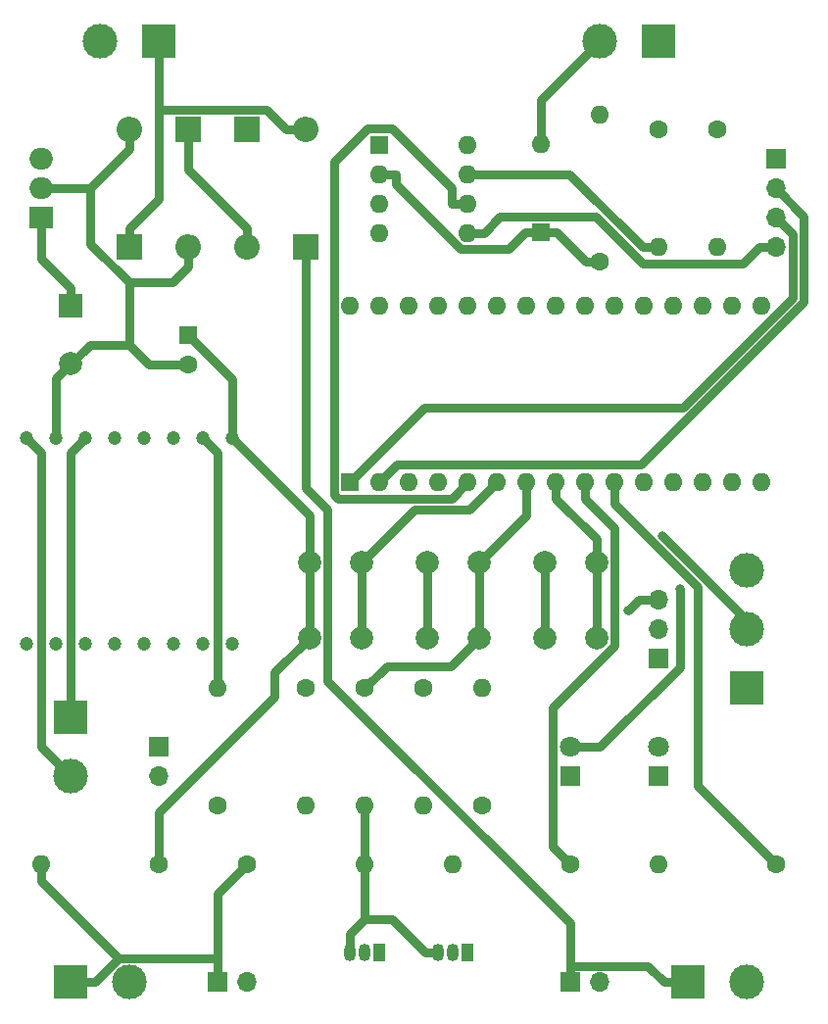
<source format=gbr>
%TF.GenerationSoftware,KiCad,Pcbnew,(6.0.6)*%
%TF.CreationDate,2023-11-02T23:17:45+01:00*%
%TF.ProjectId,DA02,44413032-2e6b-4696-9361-645f70636258,1.0*%
%TF.SameCoordinates,Original*%
%TF.FileFunction,Copper,L1,Top*%
%TF.FilePolarity,Positive*%
%FSLAX46Y46*%
G04 Gerber Fmt 4.6, Leading zero omitted, Abs format (unit mm)*
G04 Created by KiCad (PCBNEW (6.0.6)) date 2023-11-02 23:17:45*
%MOMM*%
%LPD*%
G01*
G04 APERTURE LIST*
%TA.AperFunction,ComponentPad*%
%ADD10C,1.600000*%
%TD*%
%TA.AperFunction,ComponentPad*%
%ADD11O,1.600000X1.600000*%
%TD*%
%TA.AperFunction,ComponentPad*%
%ADD12R,2.200000X2.200000*%
%TD*%
%TA.AperFunction,ComponentPad*%
%ADD13O,2.200000X2.200000*%
%TD*%
%TA.AperFunction,ComponentPad*%
%ADD14R,1.050000X1.500000*%
%TD*%
%TA.AperFunction,ComponentPad*%
%ADD15O,1.050000X1.500000*%
%TD*%
%TA.AperFunction,ComponentPad*%
%ADD16R,1.600000X1.600000*%
%TD*%
%TA.AperFunction,ComponentPad*%
%ADD17R,1.700000X1.700000*%
%TD*%
%TA.AperFunction,ComponentPad*%
%ADD18O,1.700000X1.700000*%
%TD*%
%TA.AperFunction,ComponentPad*%
%ADD19R,2.000000X2.000000*%
%TD*%
%TA.AperFunction,ComponentPad*%
%ADD20C,2.000000*%
%TD*%
%TA.AperFunction,ComponentPad*%
%ADD21R,2.000000X1.905000*%
%TD*%
%TA.AperFunction,ComponentPad*%
%ADD22O,2.000000X1.905000*%
%TD*%
%TA.AperFunction,ComponentPad*%
%ADD23R,3.000000X3.000000*%
%TD*%
%TA.AperFunction,ComponentPad*%
%ADD24C,3.000000*%
%TD*%
%TA.AperFunction,ComponentPad*%
%ADD25C,1.200000*%
%TD*%
%TA.AperFunction,ComponentPad*%
%ADD26R,1.800000X1.800000*%
%TD*%
%TA.AperFunction,ComponentPad*%
%ADD27C,1.800000*%
%TD*%
%TA.AperFunction,ViaPad*%
%ADD28C,0.800000*%
%TD*%
%TA.AperFunction,Conductor*%
%ADD29C,0.750000*%
%TD*%
G04 APERTURE END LIST*
D10*
%TO.P,R10,1*%
%TO.N,FIREPLACE*%
X66040000Y-93980000D03*
D11*
%TO.P,R10,2*%
%TO.N,Net-(Q1-Pad2)*%
X55880000Y-93980000D03*
%TD*%
D12*
%TO.P,D4,1,K*%
%TO.N,Net-(D3-Pad2)*%
X33020000Y-30480000D03*
D13*
%TO.P,D4,2,A*%
%TO.N,GND*%
X33020000Y-40640000D03*
%TD*%
D14*
%TO.P,Q2,1,C*%
%TO.N,Net-(J8-Pad2)*%
X57150000Y-101600000D03*
D15*
%TO.P,Q2,2,B*%
%TO.N,Net-(Q2-Pad2)*%
X55880000Y-101600000D03*
%TO.P,Q2,3,E*%
%TO.N,GND*%
X54610000Y-101600000D03*
%TD*%
D16*
%TO.P,U2,1,NC*%
%TO.N,unconnected-(U2-Pad1)*%
X49540000Y-31760000D03*
D11*
%TO.P,U2,2,A*%
%TO.N,Net-(D5-Pad1)*%
X49540000Y-34300000D03*
%TO.P,U2,3,C*%
%TO.N,Net-(D5-Pad2)*%
X49540000Y-36840000D03*
%TO.P,U2,4*%
%TO.N,N/C*%
X49540000Y-39380000D03*
%TO.P,U2,5,GND*%
%TO.N,GND*%
X57160000Y-39380000D03*
%TO.P,U2,6,VO*%
%TO.N,DCC*%
X57160000Y-36840000D03*
%TO.P,U2,7,EN*%
%TO.N,Net-(R2-Pad2)*%
X57160000Y-34300000D03*
%TO.P,U2,8,VCC*%
%TO.N,+5V*%
X57160000Y-31760000D03*
%TD*%
D17*
%TO.P,J6,1,Pin_1*%
%TO.N,Net-(J6-Pad1)*%
X35560000Y-104140000D03*
D18*
%TO.P,J6,2,Pin_2*%
%TO.N,Net-(J6-Pad2)*%
X38100000Y-104140000D03*
%TD*%
D17*
%TO.P,J4,1,Pin_1*%
%TO.N,SW_ANIMATION_A*%
X73660000Y-76200000D03*
D18*
%TO.P,J4,2,Pin_2*%
%TO.N,+5V*%
X73660000Y-73660000D03*
%TO.P,J4,3,Pin_3*%
%TO.N,SW_ANIMATION_B*%
X73660000Y-71120000D03*
%TD*%
D10*
%TO.P,R4,1*%
%TO.N,SW_MODE*%
X43180000Y-78740000D03*
D11*
%TO.P,R4,2*%
%TO.N,GND*%
X43180000Y-88900000D03*
%TD*%
D17*
%TO.P,J8,1,Pin_1*%
%TO.N,VCC*%
X66040000Y-104140000D03*
D18*
%TO.P,J8,2,Pin_2*%
%TO.N,Net-(J8-Pad2)*%
X68580000Y-104140000D03*
%TD*%
D16*
%TO.P,A1,1,D1/TX*%
%TO.N,Net-(A1-Pad1)*%
X46990000Y-60950000D03*
D11*
%TO.P,A1,2,D0/RX*%
%TO.N,Net-(A1-Pad2)*%
X49530000Y-60950000D03*
%TO.P,A1,3,~{RESET}*%
%TO.N,unconnected-(A1-Pad3)*%
X52070000Y-60950000D03*
%TO.P,A1,4,GND*%
%TO.N,unconnected-(A1-Pad4)*%
X54610000Y-60950000D03*
%TO.P,A1,5,D2*%
%TO.N,DCC*%
X57150000Y-60950000D03*
%TO.P,A1,6,D3*%
%TO.N,SW_MODE*%
X59690000Y-60950000D03*
%TO.P,A1,7,D4*%
%TO.N,SW_ANIMATION_A*%
X62230000Y-60950000D03*
%TO.P,A1,8,D5*%
%TO.N,SW_ANIMATION_B*%
X64770000Y-60950000D03*
%TO.P,A1,9,D6*%
%TO.N,FIREPLACE*%
X67310000Y-60950000D03*
%TO.P,A1,10,D7*%
%TO.N,ENVIL*%
X69850000Y-60950000D03*
%TO.P,A1,11,D8*%
%TO.N,unconnected-(A1-Pad11)*%
X72390000Y-60950000D03*
%TO.P,A1,12,D9*%
%TO.N,unconnected-(A1-Pad12)*%
X74930000Y-60950000D03*
%TO.P,A1,13,D10*%
%TO.N,DFP_RX*%
X77470000Y-60950000D03*
%TO.P,A1,14,D11*%
%TO.N,DFP_TX*%
X80010000Y-60950000D03*
%TO.P,A1,15,D12*%
%TO.N,unconnected-(A1-Pad15)*%
X82550000Y-60950000D03*
%TO.P,A1,16,D13*%
%TO.N,unconnected-(A1-Pad16)*%
X82550000Y-45710000D03*
%TO.P,A1,17,3V3*%
%TO.N,unconnected-(A1-Pad17)*%
X80010000Y-45710000D03*
%TO.P,A1,18,AREF*%
%TO.N,unconnected-(A1-Pad18)*%
X77470000Y-45710000D03*
%TO.P,A1,19,A0*%
%TO.N,LED_STATE_A*%
X74930000Y-45710000D03*
%TO.P,A1,20,A1*%
%TO.N,LED_STATE_B*%
X72390000Y-45710000D03*
%TO.P,A1,21,A2*%
%TO.N,unconnected-(A1-Pad21)*%
X69850000Y-45710000D03*
%TO.P,A1,22,A3*%
%TO.N,unconnected-(A1-Pad22)*%
X67310000Y-45710000D03*
%TO.P,A1,23,A4*%
%TO.N,unconnected-(A1-Pad23)*%
X64770000Y-45710000D03*
%TO.P,A1,24,A5*%
%TO.N,unconnected-(A1-Pad24)*%
X62230000Y-45710000D03*
%TO.P,A1,25,A6*%
%TO.N,unconnected-(A1-Pad25)*%
X59690000Y-45710000D03*
%TO.P,A1,26,A7*%
%TO.N,unconnected-(A1-Pad26)*%
X57150000Y-45710000D03*
%TO.P,A1,27,+5V*%
%TO.N,unconnected-(A1-Pad27)*%
X54610000Y-45710000D03*
%TO.P,A1,28,~{RESET}*%
%TO.N,unconnected-(A1-Pad28)*%
X52070000Y-45710000D03*
%TO.P,A1,29,GND*%
%TO.N,GND*%
X49530000Y-45710000D03*
%TO.P,A1,30,VIN*%
%TO.N,+5V*%
X46990000Y-45710000D03*
%TD*%
D12*
%TO.P,D2,1,K*%
%TO.N,Net-(D1-Pad2)*%
X27940000Y-40640000D03*
D13*
%TO.P,D2,2,A*%
%TO.N,GND*%
X27940000Y-30480000D03*
%TD*%
D19*
%TO.P,C1,1*%
%TO.N,VCC*%
X22860000Y-45720000D03*
D20*
%TO.P,C1,2*%
%TO.N,GND*%
X22860000Y-50720000D03*
%TD*%
%TO.P,SW2,1,1*%
%TO.N,+5V*%
X53630000Y-67870000D03*
X53630000Y-74370000D03*
%TO.P,SW2,2,2*%
%TO.N,SW_ANIMATION_A*%
X58130000Y-67870000D03*
X58130000Y-74370000D03*
%TD*%
D10*
%TO.P,R8,1*%
%TO.N,+5V*%
X30480000Y-93980000D03*
D11*
%TO.P,R8,2*%
%TO.N,Net-(J6-Pad1)*%
X20320000Y-93980000D03*
%TD*%
D10*
%TO.P,R6,1*%
%TO.N,SW_ANIMATION_B*%
X53340000Y-78740000D03*
D11*
%TO.P,R6,2*%
%TO.N,GND*%
X53340000Y-88900000D03*
%TD*%
D21*
%TO.P,U1,1,VI*%
%TO.N,VCC*%
X20320000Y-38100000D03*
D22*
%TO.P,U1,2,GND*%
%TO.N,GND*%
X20320000Y-35560000D03*
%TO.P,U1,3,VO*%
%TO.N,+5V*%
X20320000Y-33020000D03*
%TD*%
D10*
%TO.P,R7,1*%
%TO.N,GND*%
X58420000Y-88900000D03*
D11*
%TO.P,R7,2*%
%TO.N,Net-(D6-Pad1)*%
X58420000Y-78740000D03*
%TD*%
D17*
%TO.P,J11,1,Pin_1*%
%TO.N,Net-(J10-Pad1)*%
X30480000Y-83820000D03*
D18*
%TO.P,J11,2,Pin_2*%
%TO.N,Net-(J10-Pad2)*%
X30480000Y-86360000D03*
%TD*%
D16*
%TO.P,C2,1*%
%TO.N,+5V*%
X33020000Y-48260000D03*
D10*
%TO.P,C2,2*%
%TO.N,GND*%
X33020000Y-50760000D03*
%TD*%
%TO.P,R5,1*%
%TO.N,SW_ANIMATION_A*%
X48260000Y-78740000D03*
D11*
%TO.P,R5,2*%
%TO.N,GND*%
X48260000Y-88900000D03*
%TD*%
D23*
%TO.P,J10,1,Pin_1*%
%TO.N,Net-(J10-Pad1)*%
X22860000Y-81280000D03*
D24*
%TO.P,J10,2,Pin_2*%
%TO.N,Net-(J10-Pad2)*%
X22860000Y-86360000D03*
%TD*%
D17*
%TO.P,J5,1,Pin_1*%
%TO.N,VCC*%
X83820000Y-33020000D03*
D18*
%TO.P,J5,2,Pin_2*%
%TO.N,Net-(A1-Pad2)*%
X83820000Y-35560000D03*
%TO.P,J5,3,Pin_3*%
%TO.N,Net-(A1-Pad1)*%
X83820000Y-38100000D03*
%TO.P,J5,4,Pin_4*%
%TO.N,GND*%
X83820000Y-40640000D03*
%TD*%
D25*
%TO.P,U3,1,VCC*%
%TO.N,+5V*%
X36830000Y-57150000D03*
%TO.P,U3,2,RX*%
%TO.N,Net-(R12-Pad2)*%
X34290000Y-57150000D03*
%TO.P,U3,3,TX*%
%TO.N,DFP_RX*%
X31750000Y-57150000D03*
%TO.P,U3,4,DAC_R*%
%TO.N,unconnected-(U3-Pad4)*%
X29210000Y-57150000D03*
%TO.P,U3,5,DAC_L*%
%TO.N,unconnected-(U3-Pad5)*%
X26670000Y-57150000D03*
%TO.P,U3,6,SPK1*%
%TO.N,Net-(J10-Pad1)*%
X24130000Y-57150000D03*
%TO.P,U3,7,GND*%
%TO.N,GND*%
X21590000Y-57150000D03*
%TO.P,U3,8,SPK2*%
%TO.N,Net-(J10-Pad2)*%
X19050000Y-57150000D03*
%TO.P,U3,9,IO_1*%
%TO.N,unconnected-(U3-Pad9)*%
X19050000Y-74930000D03*
%TO.P,U3,10,GND*%
%TO.N,unconnected-(U3-Pad10)*%
X21590000Y-74930000D03*
%TO.P,U3,11,IO_2*%
%TO.N,unconnected-(U3-Pad11)*%
X24130000Y-74930000D03*
%TO.P,U3,12,ADKEY1*%
%TO.N,unconnected-(U3-Pad12)*%
X26670000Y-74930000D03*
%TO.P,U3,13,ADKEY2*%
%TO.N,unconnected-(U3-Pad13)*%
X29210000Y-74930000D03*
%TO.P,U3,14,USB+*%
%TO.N,unconnected-(U3-Pad14)*%
X31750000Y-74930000D03*
%TO.P,U3,15,USB-*%
%TO.N,unconnected-(U3-Pad15)*%
X34290000Y-74930000D03*
%TO.P,U3,16,BUSY*%
%TO.N,unconnected-(U3-Pad16)*%
X36830000Y-74930000D03*
%TD*%
D20*
%TO.P,SW3,1,1*%
%TO.N,+5V*%
X63790000Y-67870000D03*
X63790000Y-74370000D03*
%TO.P,SW3,2,2*%
%TO.N,SW_ANIMATION_B*%
X68290000Y-67870000D03*
X68290000Y-74370000D03*
%TD*%
D23*
%TO.P,J7,1,Pin_1*%
%TO.N,Net-(J6-Pad1)*%
X22860000Y-104140000D03*
D24*
%TO.P,J7,2,Pin_2*%
%TO.N,Net-(J6-Pad2)*%
X27940000Y-104140000D03*
%TD*%
D10*
%TO.P,R9,1*%
%TO.N,Net-(J6-Pad1)*%
X38100000Y-93980000D03*
D11*
%TO.P,R9,2*%
%TO.N,GND*%
X48260000Y-93980000D03*
%TD*%
D20*
%TO.P,SW1,1,1*%
%TO.N,+5V*%
X43470000Y-74370000D03*
X43470000Y-67870000D03*
%TO.P,SW1,2,2*%
%TO.N,SW_MODE*%
X47970000Y-67870000D03*
X47970000Y-74370000D03*
%TD*%
D26*
%TO.P,D6,1,K*%
%TO.N,Net-(D6-Pad1)*%
X66040000Y-86360000D03*
D27*
%TO.P,D6,2,A*%
%TO.N,LED_STATE_A*%
X66040000Y-83820000D03*
%TD*%
D14*
%TO.P,Q1,1,C*%
%TO.N,Net-(J6-Pad2)*%
X49530000Y-101600000D03*
D15*
%TO.P,Q1,2,B*%
%TO.N,Net-(Q1-Pad2)*%
X48260000Y-101600000D03*
%TO.P,Q1,3,E*%
%TO.N,GND*%
X46990000Y-101600000D03*
%TD*%
D16*
%TO.P,D5,1,K*%
%TO.N,Net-(D5-Pad1)*%
X63500000Y-39370000D03*
D11*
%TO.P,D5,2,A*%
%TO.N,Net-(D5-Pad2)*%
X63500000Y-31750000D03*
%TD*%
D10*
%TO.P,R12,1*%
%TO.N,DFP_TX*%
X35560000Y-88900000D03*
D11*
%TO.P,R12,2*%
%TO.N,Net-(R12-Pad2)*%
X35560000Y-78740000D03*
%TD*%
D12*
%TO.P,D1,1,K*%
%TO.N,VCC*%
X43180000Y-40640000D03*
D13*
%TO.P,D1,2,A*%
%TO.N,Net-(D1-Pad2)*%
X43180000Y-30480000D03*
%TD*%
D23*
%TO.P,J9,1,Pin_1*%
%TO.N,VCC*%
X76200000Y-104140000D03*
D24*
%TO.P,J9,2,Pin_2*%
%TO.N,Net-(J8-Pad2)*%
X81280000Y-104140000D03*
%TD*%
D10*
%TO.P,R1,1*%
%TO.N,Net-(D5-Pad1)*%
X68580000Y-41910000D03*
D11*
%TO.P,R1,2*%
%TO.N,Net-(J2-Pad1)*%
X68580000Y-29210000D03*
%TD*%
D10*
%TO.P,R2,1*%
%TO.N,+5V*%
X73660000Y-30480000D03*
D11*
%TO.P,R2,2*%
%TO.N,Net-(R2-Pad2)*%
X73660000Y-40640000D03*
%TD*%
D12*
%TO.P,D3,1,K*%
%TO.N,VCC*%
X38100000Y-30480000D03*
D13*
%TO.P,D3,2,A*%
%TO.N,Net-(D3-Pad2)*%
X38100000Y-40640000D03*
%TD*%
D26*
%TO.P,D7,1,K*%
%TO.N,Net-(D6-Pad1)*%
X73660000Y-86360000D03*
D27*
%TO.P,D7,2,A*%
%TO.N,LED_STATE_B*%
X73660000Y-83820000D03*
%TD*%
D10*
%TO.P,R11,1*%
%TO.N,ENVIL*%
X83820000Y-93980000D03*
D11*
%TO.P,R11,2*%
%TO.N,Net-(Q2-Pad2)*%
X73660000Y-93980000D03*
%TD*%
D23*
%TO.P,J1,1,Pin_1*%
%TO.N,Net-(D1-Pad2)*%
X30480000Y-22860000D03*
D24*
%TO.P,J1,2,Pin_2*%
%TO.N,Net-(D3-Pad2)*%
X25400000Y-22860000D03*
%TD*%
D23*
%TO.P,J3,1,Pin_1*%
%TO.N,SW_ANIMATION_A*%
X81280000Y-78740000D03*
D24*
%TO.P,J3,2,Pin_2*%
%TO.N,+5V*%
X81280000Y-73660000D03*
%TO.P,J3,3,Pin_3*%
%TO.N,SW_ANIMATION_B*%
X81280000Y-68580000D03*
%TD*%
D23*
%TO.P,J2,1,Pin_1*%
%TO.N,Net-(J2-Pad1)*%
X73660000Y-22860000D03*
D24*
%TO.P,J2,2,Pin_2*%
%TO.N,Net-(D5-Pad2)*%
X68580000Y-22860000D03*
%TD*%
D10*
%TO.P,R3,1*%
%TO.N,+5V*%
X78740000Y-30480000D03*
D11*
%TO.P,R3,2*%
%TO.N,DCC*%
X78740000Y-40640000D03*
%TD*%
D28*
%TO.N,SW_ANIMATION_B*%
X71028800Y-72046500D03*
%TO.N,LED_STATE_A*%
X75466400Y-70129800D03*
%TO.N,+5V*%
X73976500Y-65556600D03*
%TD*%
D29*
%TO.N,Net-(A1-Pad1)*%
X53445400Y-54494600D02*
X46990000Y-60950000D01*
X75720700Y-54494600D02*
X53445400Y-54494600D01*
X85247800Y-44967500D02*
X75720700Y-54494600D01*
X85247800Y-39527800D02*
X85247800Y-44967500D01*
X83820000Y-38100000D02*
X85247800Y-39527800D01*
%TO.N,Net-(A1-Pad2)*%
X49530000Y-60950000D02*
X51066600Y-59413400D01*
X86200500Y-45370900D02*
X86200500Y-37940500D01*
X51066600Y-59413400D02*
X72158000Y-59413400D01*
X86200500Y-37940500D02*
X83820000Y-35560000D01*
X72158000Y-59413400D02*
X86200500Y-45370900D01*
%TO.N,SW_ANIMATION_A*%
X58130000Y-67870000D02*
X62230000Y-63770000D01*
X58130000Y-74370000D02*
X58130000Y-67870000D01*
X55658500Y-76841500D02*
X58130000Y-74370000D01*
X62230000Y-63770000D02*
X62230000Y-60950000D01*
X50158500Y-76841500D02*
X55658500Y-76841500D01*
X48260000Y-78740000D02*
X50158500Y-76841500D01*
%TO.N,SW_ANIMATION_B*%
X68290000Y-65846900D02*
X64770000Y-62326900D01*
X71955300Y-71120000D02*
X71028800Y-72046500D01*
X68290000Y-67870000D02*
X68290000Y-65846900D01*
X73660000Y-71120000D02*
X71955300Y-71120000D01*
X64770000Y-60950000D02*
X64770000Y-62326900D01*
X68290000Y-74370000D02*
X68290000Y-67870000D01*
%TO.N,DCC*%
X55738700Y-62361300D02*
X45958300Y-62361300D01*
X45958300Y-62361300D02*
X45613100Y-62016100D01*
X45613100Y-33253200D02*
X48483200Y-30383100D01*
X57160000Y-36840000D02*
X55783100Y-36840000D01*
X57150000Y-60950000D02*
X55738700Y-62361300D01*
X48483200Y-30383100D02*
X50617000Y-30383100D01*
X50617000Y-30383100D02*
X55783100Y-35549200D01*
X55783100Y-35549200D02*
X55783100Y-36840000D01*
X45613100Y-62016100D02*
X45613100Y-33253200D01*
%TO.N,FIREPLACE*%
X64496400Y-80421100D02*
X64496400Y-92436400D01*
X69866900Y-64883800D02*
X69866900Y-75050600D01*
X69866900Y-75050600D02*
X64496400Y-80421100D01*
X67310000Y-62326900D02*
X69866900Y-64883800D01*
X67310000Y-60950000D02*
X67310000Y-62326900D01*
X64496400Y-92436400D02*
X66040000Y-93980000D01*
%TO.N,ENVIL*%
X77032000Y-87192000D02*
X77032000Y-69993500D01*
X69850000Y-60950000D02*
X69850000Y-62326900D01*
X77032000Y-69993500D02*
X69850000Y-62811500D01*
X83820000Y-93980000D02*
X77032000Y-87192000D01*
X69850000Y-62811500D02*
X69850000Y-62326900D01*
%TO.N,SW_MODE*%
X52526800Y-63313200D02*
X47970000Y-67870000D01*
X59690000Y-60950000D02*
X57326800Y-63313200D01*
X47970000Y-74370000D02*
X47970000Y-67870000D01*
X57326800Y-63313200D02*
X52526800Y-63313200D01*
%TO.N,LED_STATE_A*%
X75466400Y-76945400D02*
X75466400Y-70129800D01*
X68591800Y-83820000D02*
X75466400Y-76945400D01*
X66040000Y-83820000D02*
X68591800Y-83820000D01*
%TO.N,GND*%
X80950400Y-42082700D02*
X72278700Y-42082700D01*
X21896900Y-35560000D02*
X24536900Y-35560000D01*
X82393100Y-40640000D02*
X80950400Y-42082700D01*
X57160000Y-39380000D02*
X58536900Y-39380000D01*
X48260000Y-93980000D02*
X48260000Y-95356900D01*
X68187400Y-37991400D02*
X59925500Y-37991400D01*
X20320000Y-35560000D02*
X21896900Y-35560000D01*
X48260000Y-98688400D02*
X48260000Y-95356900D01*
X50596500Y-98688400D02*
X53508100Y-101600000D01*
X24536900Y-35560000D02*
X27940000Y-32156900D01*
X24536900Y-40340700D02*
X27890000Y-43693800D01*
X33020000Y-40640000D02*
X33020000Y-42316900D01*
X48260000Y-93980000D02*
X48260000Y-88900000D01*
X46990000Y-99958400D02*
X48260000Y-98688400D01*
X72278700Y-42082700D02*
X68187400Y-37991400D01*
X21590000Y-57150000D02*
X21590000Y-51990000D01*
X54610000Y-101600000D02*
X53508100Y-101600000D01*
X22860000Y-50720000D02*
X24519700Y-49060300D01*
X33020000Y-50760000D02*
X29589700Y-50760000D01*
X59925500Y-37991400D02*
X58536900Y-39380000D01*
X29589700Y-50760000D02*
X27890000Y-49060300D01*
X21590000Y-51990000D02*
X22860000Y-50720000D01*
X27940000Y-30480000D02*
X27940000Y-32156900D01*
X83820000Y-40640000D02*
X82393100Y-40640000D01*
X27890000Y-49060300D02*
X27890000Y-43693800D01*
X27890000Y-43693800D02*
X31643100Y-43693800D01*
X46990000Y-101600000D02*
X46990000Y-99958400D01*
X48260000Y-98688400D02*
X50596500Y-98688400D01*
X24536900Y-35560000D02*
X24536900Y-40340700D01*
X24519700Y-49060300D02*
X27890000Y-49060300D01*
X31643100Y-43693800D02*
X33020000Y-42316900D01*
%TO.N,+5V*%
X43470000Y-63790000D02*
X43470000Y-67870000D01*
X36830000Y-57150000D02*
X43470000Y-63790000D01*
X30480000Y-93980000D02*
X30480000Y-89494900D01*
X30480000Y-89494900D02*
X40475400Y-79499500D01*
X53630000Y-74370000D02*
X53630000Y-67870000D01*
X43470000Y-74370000D02*
X43470000Y-67870000D01*
X36830000Y-52070000D02*
X36830000Y-57150000D01*
X81280000Y-72860100D02*
X81280000Y-73660000D01*
X33020000Y-48260000D02*
X36830000Y-52070000D01*
X73976500Y-65556600D02*
X81280000Y-72860100D01*
X40475400Y-77364600D02*
X43470000Y-74370000D01*
X63790000Y-74370000D02*
X63790000Y-67870000D01*
X40475400Y-79499500D02*
X40475400Y-77364600D01*
%TO.N,VCC*%
X72696200Y-102713100D02*
X66040000Y-102713100D01*
X74123100Y-104140000D02*
X72696200Y-102713100D01*
X45052700Y-63319000D02*
X45052700Y-78072700D01*
X22860000Y-45720000D02*
X22860000Y-44143100D01*
X66040000Y-99060000D02*
X66040000Y-102713100D01*
X20320000Y-41603100D02*
X22860000Y-44143100D01*
X76200000Y-104140000D02*
X74123100Y-104140000D01*
X45052700Y-78072700D02*
X66040000Y-99060000D01*
X20320000Y-38100000D02*
X20320000Y-41603100D01*
X43180000Y-40640000D02*
X43180000Y-61446300D01*
X43180000Y-61446300D02*
X45052700Y-63319000D01*
X66040000Y-102713100D02*
X66040000Y-104140000D01*
%TO.N,Net-(D1-Pad2)*%
X43180000Y-30480000D02*
X41503100Y-30480000D01*
X30480000Y-28757300D02*
X39780400Y-28757300D01*
X30480000Y-28757300D02*
X30480000Y-36423100D01*
X30480000Y-36423100D02*
X27940000Y-38963100D01*
X27940000Y-40640000D02*
X27940000Y-38963100D01*
X39780400Y-28757300D02*
X41503100Y-30480000D01*
X30480000Y-22860000D02*
X30480000Y-28757300D01*
%TO.N,Net-(D3-Pad2)*%
X38100000Y-38963100D02*
X33020000Y-33883100D01*
X38100000Y-40640000D02*
X38100000Y-38963100D01*
X33020000Y-33883100D02*
X33020000Y-30480000D01*
%TO.N,Net-(D5-Pad1)*%
X68580000Y-41910000D02*
X67416900Y-41910000D01*
X56534000Y-40790100D02*
X50916900Y-35173000D01*
X67416900Y-41910000D02*
X64876900Y-39370000D01*
X49540000Y-34300000D02*
X50916900Y-34300000D01*
X63500000Y-39370000D02*
X62123100Y-39370000D01*
X62123100Y-39370000D02*
X60703000Y-40790100D01*
X63500000Y-39370000D02*
X64876900Y-39370000D01*
X50916900Y-35173000D02*
X50916900Y-34300000D01*
X60703000Y-40790100D02*
X56534000Y-40790100D01*
%TO.N,Net-(J6-Pad1)*%
X27013800Y-102063100D02*
X24936900Y-104140000D01*
X35560000Y-102063100D02*
X27013800Y-102063100D01*
X35560000Y-96520000D02*
X35560000Y-102063100D01*
X27013800Y-102063100D02*
X27013800Y-102050700D01*
X27013800Y-102050700D02*
X20320000Y-95356900D01*
X35560000Y-102063100D02*
X35560000Y-104140000D01*
X20320000Y-93980000D02*
X20320000Y-95356900D01*
X38100000Y-93980000D02*
X35560000Y-96520000D01*
X22860000Y-104140000D02*
X24936900Y-104140000D01*
%TO.N,Net-(J10-Pad2)*%
X20320000Y-83820000D02*
X22860000Y-86360000D01*
X19050000Y-57150000D02*
X20320000Y-58420000D01*
X20320000Y-58420000D02*
X20320000Y-83820000D01*
%TO.N,Net-(J10-Pad1)*%
X24130000Y-57150000D02*
X22860000Y-58420000D01*
X22860000Y-58420000D02*
X22860000Y-81280000D01*
%TO.N,Net-(R2-Pad2)*%
X72283100Y-40640000D02*
X65943100Y-34300000D01*
X73660000Y-40640000D02*
X72283100Y-40640000D01*
X65943100Y-34300000D02*
X57160000Y-34300000D01*
%TO.N,Net-(R12-Pad2)*%
X35560000Y-58420000D02*
X34290000Y-57150000D01*
X35560000Y-78740000D02*
X35560000Y-58420000D01*
%TO.N,Net-(D5-Pad2)*%
X63500000Y-27940000D02*
X63500000Y-31750000D01*
X68580000Y-22860000D02*
X63500000Y-27940000D01*
%TD*%
M02*

</source>
